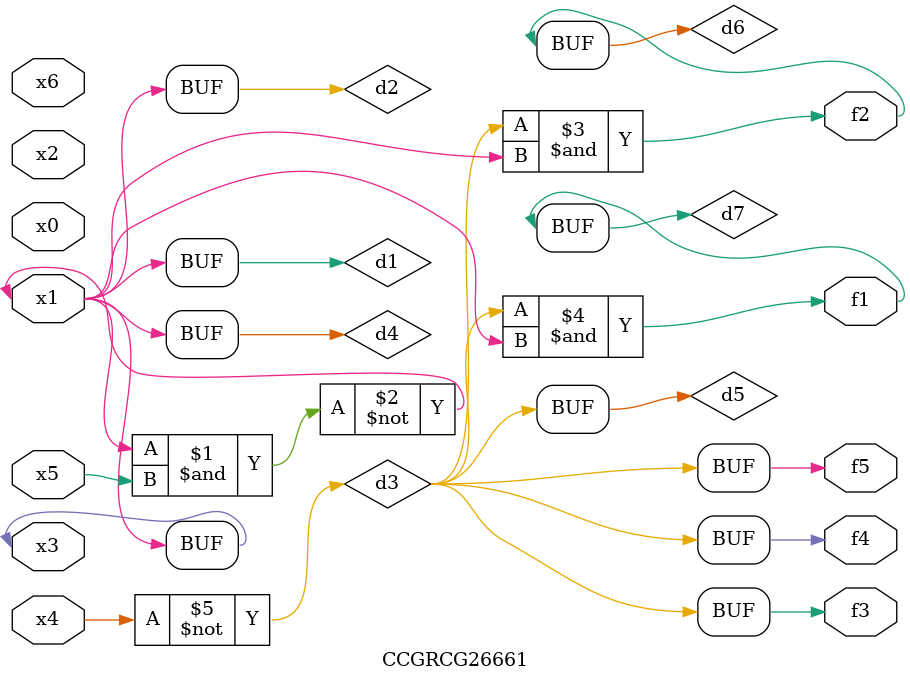
<source format=v>
module CCGRCG26661(
	input x0, x1, x2, x3, x4, x5, x6,
	output f1, f2, f3, f4, f5
);

	wire d1, d2, d3, d4, d5, d6, d7;

	buf (d1, x1, x3);
	nand (d2, x1, x5);
	not (d3, x4);
	buf (d4, d1, d2);
	buf (d5, d3);
	and (d6, d3, d4);
	and (d7, d3, d4);
	assign f1 = d7;
	assign f2 = d6;
	assign f3 = d5;
	assign f4 = d5;
	assign f5 = d5;
endmodule

</source>
